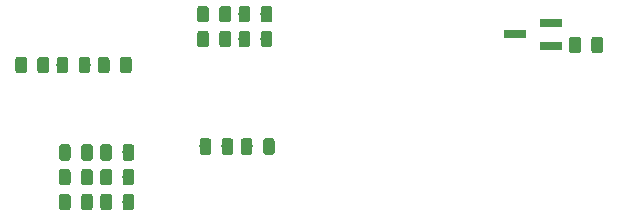
<source format=gbr>
G04 #@! TF.GenerationSoftware,KiCad,Pcbnew,(5.1.4)-1*
G04 #@! TF.CreationDate,2021-03-05T08:28:38-08:00*
G04 #@! TF.ProjectId,BOMPanelClipon,424f4d50-616e-4656-9c43-6c69706f6e2e,rev?*
G04 #@! TF.SameCoordinates,Original*
G04 #@! TF.FileFunction,Paste,Top*
G04 #@! TF.FilePolarity,Positive*
%FSLAX46Y46*%
G04 Gerber Fmt 4.6, Leading zero omitted, Abs format (unit mm)*
G04 Created by KiCad (PCBNEW (5.1.4)-1) date 2021-03-05 08:28:38*
%MOMM*%
%LPD*%
G04 APERTURE LIST*
%ADD10C,0.100000*%
%ADD11C,0.975000*%
%ADD12R,1.900000X0.800000*%
G04 APERTURE END LIST*
D10*
G36*
X26630142Y13798826D02*
G01*
X26653803Y13795316D01*
X26677007Y13789504D01*
X26699529Y13781446D01*
X26721153Y13771218D01*
X26741670Y13758921D01*
X26760883Y13744671D01*
X26778607Y13728607D01*
X26794671Y13710883D01*
X26808921Y13691670D01*
X26821218Y13671153D01*
X26831446Y13649529D01*
X26839504Y13627007D01*
X26845316Y13603803D01*
X26848826Y13580142D01*
X26850000Y13556250D01*
X26850000Y12643750D01*
X26848826Y12619858D01*
X26845316Y12596197D01*
X26839504Y12572993D01*
X26831446Y12550471D01*
X26821218Y12528847D01*
X26808921Y12508330D01*
X26794671Y12489117D01*
X26778607Y12471393D01*
X26760883Y12455329D01*
X26741670Y12441079D01*
X26721153Y12428782D01*
X26699529Y12418554D01*
X26677007Y12410496D01*
X26653803Y12404684D01*
X26630142Y12401174D01*
X26606250Y12400000D01*
X26118750Y12400000D01*
X26094858Y12401174D01*
X26071197Y12404684D01*
X26047993Y12410496D01*
X26025471Y12418554D01*
X26003847Y12428782D01*
X25983330Y12441079D01*
X25964117Y12455329D01*
X25946393Y12471393D01*
X25930329Y12489117D01*
X25916079Y12508330D01*
X25903782Y12528847D01*
X25893554Y12550471D01*
X25885496Y12572993D01*
X25879684Y12596197D01*
X25876174Y12619858D01*
X25875000Y12643750D01*
X25875000Y13556250D01*
X25876174Y13580142D01*
X25879684Y13603803D01*
X25885496Y13627007D01*
X25893554Y13649529D01*
X25903782Y13671153D01*
X25916079Y13691670D01*
X25930329Y13710883D01*
X25946393Y13728607D01*
X25964117Y13744671D01*
X25983330Y13758921D01*
X26003847Y13771218D01*
X26025471Y13781446D01*
X26047993Y13789504D01*
X26071197Y13795316D01*
X26094858Y13798826D01*
X26118750Y13800000D01*
X26606250Y13800000D01*
X26630142Y13798826D01*
X26630142Y13798826D01*
G37*
D11*
X26362500Y13100000D03*
D10*
G36*
X28505142Y13798826D02*
G01*
X28528803Y13795316D01*
X28552007Y13789504D01*
X28574529Y13781446D01*
X28596153Y13771218D01*
X28616670Y13758921D01*
X28635883Y13744671D01*
X28653607Y13728607D01*
X28669671Y13710883D01*
X28683921Y13691670D01*
X28696218Y13671153D01*
X28706446Y13649529D01*
X28714504Y13627007D01*
X28720316Y13603803D01*
X28723826Y13580142D01*
X28725000Y13556250D01*
X28725000Y12643750D01*
X28723826Y12619858D01*
X28720316Y12596197D01*
X28714504Y12572993D01*
X28706446Y12550471D01*
X28696218Y12528847D01*
X28683921Y12508330D01*
X28669671Y12489117D01*
X28653607Y12471393D01*
X28635883Y12455329D01*
X28616670Y12441079D01*
X28596153Y12428782D01*
X28574529Y12418554D01*
X28552007Y12410496D01*
X28528803Y12404684D01*
X28505142Y12401174D01*
X28481250Y12400000D01*
X27993750Y12400000D01*
X27969858Y12401174D01*
X27946197Y12404684D01*
X27922993Y12410496D01*
X27900471Y12418554D01*
X27878847Y12428782D01*
X27858330Y12441079D01*
X27839117Y12455329D01*
X27821393Y12471393D01*
X27805329Y12489117D01*
X27791079Y12508330D01*
X27778782Y12528847D01*
X27768554Y12550471D01*
X27760496Y12572993D01*
X27754684Y12596197D01*
X27751174Y12619858D01*
X27750000Y12643750D01*
X27750000Y13556250D01*
X27751174Y13580142D01*
X27754684Y13603803D01*
X27760496Y13627007D01*
X27768554Y13649529D01*
X27778782Y13671153D01*
X27791079Y13691670D01*
X27805329Y13710883D01*
X27821393Y13728607D01*
X27839117Y13744671D01*
X27858330Y13758921D01*
X27878847Y13771218D01*
X27900471Y13781446D01*
X27922993Y13789504D01*
X27946197Y13795316D01*
X27969858Y13798826D01*
X27993750Y13800000D01*
X28481250Y13800000D01*
X28505142Y13798826D01*
X28505142Y13798826D01*
G37*
D11*
X28237500Y13100000D03*
D10*
G36*
X23130142Y13798826D02*
G01*
X23153803Y13795316D01*
X23177007Y13789504D01*
X23199529Y13781446D01*
X23221153Y13771218D01*
X23241670Y13758921D01*
X23260883Y13744671D01*
X23278607Y13728607D01*
X23294671Y13710883D01*
X23308921Y13691670D01*
X23321218Y13671153D01*
X23331446Y13649529D01*
X23339504Y13627007D01*
X23345316Y13603803D01*
X23348826Y13580142D01*
X23350000Y13556250D01*
X23350000Y12643750D01*
X23348826Y12619858D01*
X23345316Y12596197D01*
X23339504Y12572993D01*
X23331446Y12550471D01*
X23321218Y12528847D01*
X23308921Y12508330D01*
X23294671Y12489117D01*
X23278607Y12471393D01*
X23260883Y12455329D01*
X23241670Y12441079D01*
X23221153Y12428782D01*
X23199529Y12418554D01*
X23177007Y12410496D01*
X23153803Y12404684D01*
X23130142Y12401174D01*
X23106250Y12400000D01*
X22618750Y12400000D01*
X22594858Y12401174D01*
X22571197Y12404684D01*
X22547993Y12410496D01*
X22525471Y12418554D01*
X22503847Y12428782D01*
X22483330Y12441079D01*
X22464117Y12455329D01*
X22446393Y12471393D01*
X22430329Y12489117D01*
X22416079Y12508330D01*
X22403782Y12528847D01*
X22393554Y12550471D01*
X22385496Y12572993D01*
X22379684Y12596197D01*
X22376174Y12619858D01*
X22375000Y12643750D01*
X22375000Y13556250D01*
X22376174Y13580142D01*
X22379684Y13603803D01*
X22385496Y13627007D01*
X22393554Y13649529D01*
X22403782Y13671153D01*
X22416079Y13691670D01*
X22430329Y13710883D01*
X22446393Y13728607D01*
X22464117Y13744671D01*
X22483330Y13758921D01*
X22503847Y13771218D01*
X22525471Y13781446D01*
X22547993Y13789504D01*
X22571197Y13795316D01*
X22594858Y13798826D01*
X22618750Y13800000D01*
X23106250Y13800000D01*
X23130142Y13798826D01*
X23130142Y13798826D01*
G37*
D11*
X22862500Y13100000D03*
D10*
G36*
X25005142Y13798826D02*
G01*
X25028803Y13795316D01*
X25052007Y13789504D01*
X25074529Y13781446D01*
X25096153Y13771218D01*
X25116670Y13758921D01*
X25135883Y13744671D01*
X25153607Y13728607D01*
X25169671Y13710883D01*
X25183921Y13691670D01*
X25196218Y13671153D01*
X25206446Y13649529D01*
X25214504Y13627007D01*
X25220316Y13603803D01*
X25223826Y13580142D01*
X25225000Y13556250D01*
X25225000Y12643750D01*
X25223826Y12619858D01*
X25220316Y12596197D01*
X25214504Y12572993D01*
X25206446Y12550471D01*
X25196218Y12528847D01*
X25183921Y12508330D01*
X25169671Y12489117D01*
X25153607Y12471393D01*
X25135883Y12455329D01*
X25116670Y12441079D01*
X25096153Y12428782D01*
X25074529Y12418554D01*
X25052007Y12410496D01*
X25028803Y12404684D01*
X25005142Y12401174D01*
X24981250Y12400000D01*
X24493750Y12400000D01*
X24469858Y12401174D01*
X24446197Y12404684D01*
X24422993Y12410496D01*
X24400471Y12418554D01*
X24378847Y12428782D01*
X24358330Y12441079D01*
X24339117Y12455329D01*
X24321393Y12471393D01*
X24305329Y12489117D01*
X24291079Y12508330D01*
X24278782Y12528847D01*
X24268554Y12550471D01*
X24260496Y12572993D01*
X24254684Y12596197D01*
X24251174Y12619858D01*
X24250000Y12643750D01*
X24250000Y13556250D01*
X24251174Y13580142D01*
X24254684Y13603803D01*
X24260496Y13627007D01*
X24268554Y13649529D01*
X24278782Y13671153D01*
X24291079Y13691670D01*
X24305329Y13710883D01*
X24321393Y13728607D01*
X24339117Y13744671D01*
X24358330Y13758921D01*
X24378847Y13771218D01*
X24400471Y13781446D01*
X24422993Y13789504D01*
X24446197Y13795316D01*
X24469858Y13798826D01*
X24493750Y13800000D01*
X24981250Y13800000D01*
X25005142Y13798826D01*
X25005142Y13798826D01*
G37*
D11*
X24737500Y13100000D03*
D10*
G36*
X19630142Y13798826D02*
G01*
X19653803Y13795316D01*
X19677007Y13789504D01*
X19699529Y13781446D01*
X19721153Y13771218D01*
X19741670Y13758921D01*
X19760883Y13744671D01*
X19778607Y13728607D01*
X19794671Y13710883D01*
X19808921Y13691670D01*
X19821218Y13671153D01*
X19831446Y13649529D01*
X19839504Y13627007D01*
X19845316Y13603803D01*
X19848826Y13580142D01*
X19850000Y13556250D01*
X19850000Y12643750D01*
X19848826Y12619858D01*
X19845316Y12596197D01*
X19839504Y12572993D01*
X19831446Y12550471D01*
X19821218Y12528847D01*
X19808921Y12508330D01*
X19794671Y12489117D01*
X19778607Y12471393D01*
X19760883Y12455329D01*
X19741670Y12441079D01*
X19721153Y12428782D01*
X19699529Y12418554D01*
X19677007Y12410496D01*
X19653803Y12404684D01*
X19630142Y12401174D01*
X19606250Y12400000D01*
X19118750Y12400000D01*
X19094858Y12401174D01*
X19071197Y12404684D01*
X19047993Y12410496D01*
X19025471Y12418554D01*
X19003847Y12428782D01*
X18983330Y12441079D01*
X18964117Y12455329D01*
X18946393Y12471393D01*
X18930329Y12489117D01*
X18916079Y12508330D01*
X18903782Y12528847D01*
X18893554Y12550471D01*
X18885496Y12572993D01*
X18879684Y12596197D01*
X18876174Y12619858D01*
X18875000Y12643750D01*
X18875000Y13556250D01*
X18876174Y13580142D01*
X18879684Y13603803D01*
X18885496Y13627007D01*
X18893554Y13649529D01*
X18903782Y13671153D01*
X18916079Y13691670D01*
X18930329Y13710883D01*
X18946393Y13728607D01*
X18964117Y13744671D01*
X18983330Y13758921D01*
X19003847Y13771218D01*
X19025471Y13781446D01*
X19047993Y13789504D01*
X19071197Y13795316D01*
X19094858Y13798826D01*
X19118750Y13800000D01*
X19606250Y13800000D01*
X19630142Y13798826D01*
X19630142Y13798826D01*
G37*
D11*
X19362500Y13100000D03*
D10*
G36*
X21505142Y13798826D02*
G01*
X21528803Y13795316D01*
X21552007Y13789504D01*
X21574529Y13781446D01*
X21596153Y13771218D01*
X21616670Y13758921D01*
X21635883Y13744671D01*
X21653607Y13728607D01*
X21669671Y13710883D01*
X21683921Y13691670D01*
X21696218Y13671153D01*
X21706446Y13649529D01*
X21714504Y13627007D01*
X21720316Y13603803D01*
X21723826Y13580142D01*
X21725000Y13556250D01*
X21725000Y12643750D01*
X21723826Y12619858D01*
X21720316Y12596197D01*
X21714504Y12572993D01*
X21706446Y12550471D01*
X21696218Y12528847D01*
X21683921Y12508330D01*
X21669671Y12489117D01*
X21653607Y12471393D01*
X21635883Y12455329D01*
X21616670Y12441079D01*
X21596153Y12428782D01*
X21574529Y12418554D01*
X21552007Y12410496D01*
X21528803Y12404684D01*
X21505142Y12401174D01*
X21481250Y12400000D01*
X20993750Y12400000D01*
X20969858Y12401174D01*
X20946197Y12404684D01*
X20922993Y12410496D01*
X20900471Y12418554D01*
X20878847Y12428782D01*
X20858330Y12441079D01*
X20839117Y12455329D01*
X20821393Y12471393D01*
X20805329Y12489117D01*
X20791079Y12508330D01*
X20778782Y12528847D01*
X20768554Y12550471D01*
X20760496Y12572993D01*
X20754684Y12596197D01*
X20751174Y12619858D01*
X20750000Y12643750D01*
X20750000Y13556250D01*
X20751174Y13580142D01*
X20754684Y13603803D01*
X20760496Y13627007D01*
X20768554Y13649529D01*
X20778782Y13671153D01*
X20791079Y13691670D01*
X20805329Y13710883D01*
X20821393Y13728607D01*
X20839117Y13744671D01*
X20858330Y13758921D01*
X20878847Y13771218D01*
X20900471Y13781446D01*
X20922993Y13789504D01*
X20946197Y13795316D01*
X20969858Y13798826D01*
X20993750Y13800000D01*
X21481250Y13800000D01*
X21505142Y13798826D01*
X21505142Y13798826D01*
G37*
D11*
X21237500Y13100000D03*
D10*
G36*
X35030142Y18098826D02*
G01*
X35053803Y18095316D01*
X35077007Y18089504D01*
X35099529Y18081446D01*
X35121153Y18071218D01*
X35141670Y18058921D01*
X35160883Y18044671D01*
X35178607Y18028607D01*
X35194671Y18010883D01*
X35208921Y17991670D01*
X35221218Y17971153D01*
X35231446Y17949529D01*
X35239504Y17927007D01*
X35245316Y17903803D01*
X35248826Y17880142D01*
X35250000Y17856250D01*
X35250000Y16943750D01*
X35248826Y16919858D01*
X35245316Y16896197D01*
X35239504Y16872993D01*
X35231446Y16850471D01*
X35221218Y16828847D01*
X35208921Y16808330D01*
X35194671Y16789117D01*
X35178607Y16771393D01*
X35160883Y16755329D01*
X35141670Y16741079D01*
X35121153Y16728782D01*
X35099529Y16718554D01*
X35077007Y16710496D01*
X35053803Y16704684D01*
X35030142Y16701174D01*
X35006250Y16700000D01*
X34518750Y16700000D01*
X34494858Y16701174D01*
X34471197Y16704684D01*
X34447993Y16710496D01*
X34425471Y16718554D01*
X34403847Y16728782D01*
X34383330Y16741079D01*
X34364117Y16755329D01*
X34346393Y16771393D01*
X34330329Y16789117D01*
X34316079Y16808330D01*
X34303782Y16828847D01*
X34293554Y16850471D01*
X34285496Y16872993D01*
X34279684Y16896197D01*
X34276174Y16919858D01*
X34275000Y16943750D01*
X34275000Y17856250D01*
X34276174Y17880142D01*
X34279684Y17903803D01*
X34285496Y17927007D01*
X34293554Y17949529D01*
X34303782Y17971153D01*
X34316079Y17991670D01*
X34330329Y18010883D01*
X34346393Y18028607D01*
X34364117Y18044671D01*
X34383330Y18058921D01*
X34403847Y18071218D01*
X34425471Y18081446D01*
X34447993Y18089504D01*
X34471197Y18095316D01*
X34494858Y18098826D01*
X34518750Y18100000D01*
X35006250Y18100000D01*
X35030142Y18098826D01*
X35030142Y18098826D01*
G37*
D11*
X34762500Y17400000D03*
D10*
G36*
X36905142Y18098826D02*
G01*
X36928803Y18095316D01*
X36952007Y18089504D01*
X36974529Y18081446D01*
X36996153Y18071218D01*
X37016670Y18058921D01*
X37035883Y18044671D01*
X37053607Y18028607D01*
X37069671Y18010883D01*
X37083921Y17991670D01*
X37096218Y17971153D01*
X37106446Y17949529D01*
X37114504Y17927007D01*
X37120316Y17903803D01*
X37123826Y17880142D01*
X37125000Y17856250D01*
X37125000Y16943750D01*
X37123826Y16919858D01*
X37120316Y16896197D01*
X37114504Y16872993D01*
X37106446Y16850471D01*
X37096218Y16828847D01*
X37083921Y16808330D01*
X37069671Y16789117D01*
X37053607Y16771393D01*
X37035883Y16755329D01*
X37016670Y16741079D01*
X36996153Y16728782D01*
X36974529Y16718554D01*
X36952007Y16710496D01*
X36928803Y16704684D01*
X36905142Y16701174D01*
X36881250Y16700000D01*
X36393750Y16700000D01*
X36369858Y16701174D01*
X36346197Y16704684D01*
X36322993Y16710496D01*
X36300471Y16718554D01*
X36278847Y16728782D01*
X36258330Y16741079D01*
X36239117Y16755329D01*
X36221393Y16771393D01*
X36205329Y16789117D01*
X36191079Y16808330D01*
X36178782Y16828847D01*
X36168554Y16850471D01*
X36160496Y16872993D01*
X36154684Y16896197D01*
X36151174Y16919858D01*
X36150000Y16943750D01*
X36150000Y17856250D01*
X36151174Y17880142D01*
X36154684Y17903803D01*
X36160496Y17927007D01*
X36168554Y17949529D01*
X36178782Y17971153D01*
X36191079Y17991670D01*
X36205329Y18010883D01*
X36221393Y18028607D01*
X36239117Y18044671D01*
X36258330Y18058921D01*
X36278847Y18071218D01*
X36300471Y18081446D01*
X36322993Y18089504D01*
X36346197Y18095316D01*
X36369858Y18098826D01*
X36393750Y18100000D01*
X36881250Y18100000D01*
X36905142Y18098826D01*
X36905142Y18098826D01*
G37*
D11*
X36637500Y17400000D03*
D10*
G36*
X36905142Y15998826D02*
G01*
X36928803Y15995316D01*
X36952007Y15989504D01*
X36974529Y15981446D01*
X36996153Y15971218D01*
X37016670Y15958921D01*
X37035883Y15944671D01*
X37053607Y15928607D01*
X37069671Y15910883D01*
X37083921Y15891670D01*
X37096218Y15871153D01*
X37106446Y15849529D01*
X37114504Y15827007D01*
X37120316Y15803803D01*
X37123826Y15780142D01*
X37125000Y15756250D01*
X37125000Y14843750D01*
X37123826Y14819858D01*
X37120316Y14796197D01*
X37114504Y14772993D01*
X37106446Y14750471D01*
X37096218Y14728847D01*
X37083921Y14708330D01*
X37069671Y14689117D01*
X37053607Y14671393D01*
X37035883Y14655329D01*
X37016670Y14641079D01*
X36996153Y14628782D01*
X36974529Y14618554D01*
X36952007Y14610496D01*
X36928803Y14604684D01*
X36905142Y14601174D01*
X36881250Y14600000D01*
X36393750Y14600000D01*
X36369858Y14601174D01*
X36346197Y14604684D01*
X36322993Y14610496D01*
X36300471Y14618554D01*
X36278847Y14628782D01*
X36258330Y14641079D01*
X36239117Y14655329D01*
X36221393Y14671393D01*
X36205329Y14689117D01*
X36191079Y14708330D01*
X36178782Y14728847D01*
X36168554Y14750471D01*
X36160496Y14772993D01*
X36154684Y14796197D01*
X36151174Y14819858D01*
X36150000Y14843750D01*
X36150000Y15756250D01*
X36151174Y15780142D01*
X36154684Y15803803D01*
X36160496Y15827007D01*
X36168554Y15849529D01*
X36178782Y15871153D01*
X36191079Y15891670D01*
X36205329Y15910883D01*
X36221393Y15928607D01*
X36239117Y15944671D01*
X36258330Y15958921D01*
X36278847Y15971218D01*
X36300471Y15981446D01*
X36322993Y15989504D01*
X36346197Y15995316D01*
X36369858Y15998826D01*
X36393750Y16000000D01*
X36881250Y16000000D01*
X36905142Y15998826D01*
X36905142Y15998826D01*
G37*
D11*
X36637500Y15300000D03*
D10*
G36*
X35030142Y15998826D02*
G01*
X35053803Y15995316D01*
X35077007Y15989504D01*
X35099529Y15981446D01*
X35121153Y15971218D01*
X35141670Y15958921D01*
X35160883Y15944671D01*
X35178607Y15928607D01*
X35194671Y15910883D01*
X35208921Y15891670D01*
X35221218Y15871153D01*
X35231446Y15849529D01*
X35239504Y15827007D01*
X35245316Y15803803D01*
X35248826Y15780142D01*
X35250000Y15756250D01*
X35250000Y14843750D01*
X35248826Y14819858D01*
X35245316Y14796197D01*
X35239504Y14772993D01*
X35231446Y14750471D01*
X35221218Y14728847D01*
X35208921Y14708330D01*
X35194671Y14689117D01*
X35178607Y14671393D01*
X35160883Y14655329D01*
X35141670Y14641079D01*
X35121153Y14628782D01*
X35099529Y14618554D01*
X35077007Y14610496D01*
X35053803Y14604684D01*
X35030142Y14601174D01*
X35006250Y14600000D01*
X34518750Y14600000D01*
X34494858Y14601174D01*
X34471197Y14604684D01*
X34447993Y14610496D01*
X34425471Y14618554D01*
X34403847Y14628782D01*
X34383330Y14641079D01*
X34364117Y14655329D01*
X34346393Y14671393D01*
X34330329Y14689117D01*
X34316079Y14708330D01*
X34303782Y14728847D01*
X34293554Y14750471D01*
X34285496Y14772993D01*
X34279684Y14796197D01*
X34276174Y14819858D01*
X34275000Y14843750D01*
X34275000Y15756250D01*
X34276174Y15780142D01*
X34279684Y15803803D01*
X34285496Y15827007D01*
X34293554Y15849529D01*
X34303782Y15871153D01*
X34316079Y15891670D01*
X34330329Y15910883D01*
X34346393Y15928607D01*
X34364117Y15944671D01*
X34383330Y15958921D01*
X34403847Y15971218D01*
X34425471Y15981446D01*
X34447993Y15989504D01*
X34471197Y15995316D01*
X34494858Y15998826D01*
X34518750Y16000000D01*
X35006250Y16000000D01*
X35030142Y15998826D01*
X35030142Y15998826D01*
G37*
D11*
X34762500Y15300000D03*
D10*
G36*
X28705142Y2198826D02*
G01*
X28728803Y2195316D01*
X28752007Y2189504D01*
X28774529Y2181446D01*
X28796153Y2171218D01*
X28816670Y2158921D01*
X28835883Y2144671D01*
X28853607Y2128607D01*
X28869671Y2110883D01*
X28883921Y2091670D01*
X28896218Y2071153D01*
X28906446Y2049529D01*
X28914504Y2027007D01*
X28920316Y2003803D01*
X28923826Y1980142D01*
X28925000Y1956250D01*
X28925000Y1043750D01*
X28923826Y1019858D01*
X28920316Y996197D01*
X28914504Y972993D01*
X28906446Y950471D01*
X28896218Y928847D01*
X28883921Y908330D01*
X28869671Y889117D01*
X28853607Y871393D01*
X28835883Y855329D01*
X28816670Y841079D01*
X28796153Y828782D01*
X28774529Y818554D01*
X28752007Y810496D01*
X28728803Y804684D01*
X28705142Y801174D01*
X28681250Y800000D01*
X28193750Y800000D01*
X28169858Y801174D01*
X28146197Y804684D01*
X28122993Y810496D01*
X28100471Y818554D01*
X28078847Y828782D01*
X28058330Y841079D01*
X28039117Y855329D01*
X28021393Y871393D01*
X28005329Y889117D01*
X27991079Y908330D01*
X27978782Y928847D01*
X27968554Y950471D01*
X27960496Y972993D01*
X27954684Y996197D01*
X27951174Y1019858D01*
X27950000Y1043750D01*
X27950000Y1956250D01*
X27951174Y1980142D01*
X27954684Y2003803D01*
X27960496Y2027007D01*
X27968554Y2049529D01*
X27978782Y2071153D01*
X27991079Y2091670D01*
X28005329Y2110883D01*
X28021393Y2128607D01*
X28039117Y2144671D01*
X28058330Y2158921D01*
X28078847Y2171218D01*
X28100471Y2181446D01*
X28122993Y2189504D01*
X28146197Y2195316D01*
X28169858Y2198826D01*
X28193750Y2200000D01*
X28681250Y2200000D01*
X28705142Y2198826D01*
X28705142Y2198826D01*
G37*
D11*
X28437500Y1500000D03*
D10*
G36*
X26830142Y2198826D02*
G01*
X26853803Y2195316D01*
X26877007Y2189504D01*
X26899529Y2181446D01*
X26921153Y2171218D01*
X26941670Y2158921D01*
X26960883Y2144671D01*
X26978607Y2128607D01*
X26994671Y2110883D01*
X27008921Y2091670D01*
X27021218Y2071153D01*
X27031446Y2049529D01*
X27039504Y2027007D01*
X27045316Y2003803D01*
X27048826Y1980142D01*
X27050000Y1956250D01*
X27050000Y1043750D01*
X27048826Y1019858D01*
X27045316Y996197D01*
X27039504Y972993D01*
X27031446Y950471D01*
X27021218Y928847D01*
X27008921Y908330D01*
X26994671Y889117D01*
X26978607Y871393D01*
X26960883Y855329D01*
X26941670Y841079D01*
X26921153Y828782D01*
X26899529Y818554D01*
X26877007Y810496D01*
X26853803Y804684D01*
X26830142Y801174D01*
X26806250Y800000D01*
X26318750Y800000D01*
X26294858Y801174D01*
X26271197Y804684D01*
X26247993Y810496D01*
X26225471Y818554D01*
X26203847Y828782D01*
X26183330Y841079D01*
X26164117Y855329D01*
X26146393Y871393D01*
X26130329Y889117D01*
X26116079Y908330D01*
X26103782Y928847D01*
X26093554Y950471D01*
X26085496Y972993D01*
X26079684Y996197D01*
X26076174Y1019858D01*
X26075000Y1043750D01*
X26075000Y1956250D01*
X26076174Y1980142D01*
X26079684Y2003803D01*
X26085496Y2027007D01*
X26093554Y2049529D01*
X26103782Y2071153D01*
X26116079Y2091670D01*
X26130329Y2110883D01*
X26146393Y2128607D01*
X26164117Y2144671D01*
X26183330Y2158921D01*
X26203847Y2171218D01*
X26225471Y2181446D01*
X26247993Y2189504D01*
X26271197Y2195316D01*
X26294858Y2198826D01*
X26318750Y2200000D01*
X26806250Y2200000D01*
X26830142Y2198826D01*
X26830142Y2198826D01*
G37*
D11*
X26562500Y1500000D03*
D10*
G36*
X40405142Y18098826D02*
G01*
X40428803Y18095316D01*
X40452007Y18089504D01*
X40474529Y18081446D01*
X40496153Y18071218D01*
X40516670Y18058921D01*
X40535883Y18044671D01*
X40553607Y18028607D01*
X40569671Y18010883D01*
X40583921Y17991670D01*
X40596218Y17971153D01*
X40606446Y17949529D01*
X40614504Y17927007D01*
X40620316Y17903803D01*
X40623826Y17880142D01*
X40625000Y17856250D01*
X40625000Y16943750D01*
X40623826Y16919858D01*
X40620316Y16896197D01*
X40614504Y16872993D01*
X40606446Y16850471D01*
X40596218Y16828847D01*
X40583921Y16808330D01*
X40569671Y16789117D01*
X40553607Y16771393D01*
X40535883Y16755329D01*
X40516670Y16741079D01*
X40496153Y16728782D01*
X40474529Y16718554D01*
X40452007Y16710496D01*
X40428803Y16704684D01*
X40405142Y16701174D01*
X40381250Y16700000D01*
X39893750Y16700000D01*
X39869858Y16701174D01*
X39846197Y16704684D01*
X39822993Y16710496D01*
X39800471Y16718554D01*
X39778847Y16728782D01*
X39758330Y16741079D01*
X39739117Y16755329D01*
X39721393Y16771393D01*
X39705329Y16789117D01*
X39691079Y16808330D01*
X39678782Y16828847D01*
X39668554Y16850471D01*
X39660496Y16872993D01*
X39654684Y16896197D01*
X39651174Y16919858D01*
X39650000Y16943750D01*
X39650000Y17856250D01*
X39651174Y17880142D01*
X39654684Y17903803D01*
X39660496Y17927007D01*
X39668554Y17949529D01*
X39678782Y17971153D01*
X39691079Y17991670D01*
X39705329Y18010883D01*
X39721393Y18028607D01*
X39739117Y18044671D01*
X39758330Y18058921D01*
X39778847Y18071218D01*
X39800471Y18081446D01*
X39822993Y18089504D01*
X39846197Y18095316D01*
X39869858Y18098826D01*
X39893750Y18100000D01*
X40381250Y18100000D01*
X40405142Y18098826D01*
X40405142Y18098826D01*
G37*
D11*
X40137500Y17400000D03*
D10*
G36*
X38530142Y18098826D02*
G01*
X38553803Y18095316D01*
X38577007Y18089504D01*
X38599529Y18081446D01*
X38621153Y18071218D01*
X38641670Y18058921D01*
X38660883Y18044671D01*
X38678607Y18028607D01*
X38694671Y18010883D01*
X38708921Y17991670D01*
X38721218Y17971153D01*
X38731446Y17949529D01*
X38739504Y17927007D01*
X38745316Y17903803D01*
X38748826Y17880142D01*
X38750000Y17856250D01*
X38750000Y16943750D01*
X38748826Y16919858D01*
X38745316Y16896197D01*
X38739504Y16872993D01*
X38731446Y16850471D01*
X38721218Y16828847D01*
X38708921Y16808330D01*
X38694671Y16789117D01*
X38678607Y16771393D01*
X38660883Y16755329D01*
X38641670Y16741079D01*
X38621153Y16728782D01*
X38599529Y16718554D01*
X38577007Y16710496D01*
X38553803Y16704684D01*
X38530142Y16701174D01*
X38506250Y16700000D01*
X38018750Y16700000D01*
X37994858Y16701174D01*
X37971197Y16704684D01*
X37947993Y16710496D01*
X37925471Y16718554D01*
X37903847Y16728782D01*
X37883330Y16741079D01*
X37864117Y16755329D01*
X37846393Y16771393D01*
X37830329Y16789117D01*
X37816079Y16808330D01*
X37803782Y16828847D01*
X37793554Y16850471D01*
X37785496Y16872993D01*
X37779684Y16896197D01*
X37776174Y16919858D01*
X37775000Y16943750D01*
X37775000Y17856250D01*
X37776174Y17880142D01*
X37779684Y17903803D01*
X37785496Y17927007D01*
X37793554Y17949529D01*
X37803782Y17971153D01*
X37816079Y17991670D01*
X37830329Y18010883D01*
X37846393Y18028607D01*
X37864117Y18044671D01*
X37883330Y18058921D01*
X37903847Y18071218D01*
X37925471Y18081446D01*
X37947993Y18089504D01*
X37971197Y18095316D01*
X37994858Y18098826D01*
X38018750Y18100000D01*
X38506250Y18100000D01*
X38530142Y18098826D01*
X38530142Y18098826D01*
G37*
D11*
X38262500Y17400000D03*
D10*
G36*
X40405142Y15998826D02*
G01*
X40428803Y15995316D01*
X40452007Y15989504D01*
X40474529Y15981446D01*
X40496153Y15971218D01*
X40516670Y15958921D01*
X40535883Y15944671D01*
X40553607Y15928607D01*
X40569671Y15910883D01*
X40583921Y15891670D01*
X40596218Y15871153D01*
X40606446Y15849529D01*
X40614504Y15827007D01*
X40620316Y15803803D01*
X40623826Y15780142D01*
X40625000Y15756250D01*
X40625000Y14843750D01*
X40623826Y14819858D01*
X40620316Y14796197D01*
X40614504Y14772993D01*
X40606446Y14750471D01*
X40596218Y14728847D01*
X40583921Y14708330D01*
X40569671Y14689117D01*
X40553607Y14671393D01*
X40535883Y14655329D01*
X40516670Y14641079D01*
X40496153Y14628782D01*
X40474529Y14618554D01*
X40452007Y14610496D01*
X40428803Y14604684D01*
X40405142Y14601174D01*
X40381250Y14600000D01*
X39893750Y14600000D01*
X39869858Y14601174D01*
X39846197Y14604684D01*
X39822993Y14610496D01*
X39800471Y14618554D01*
X39778847Y14628782D01*
X39758330Y14641079D01*
X39739117Y14655329D01*
X39721393Y14671393D01*
X39705329Y14689117D01*
X39691079Y14708330D01*
X39678782Y14728847D01*
X39668554Y14750471D01*
X39660496Y14772993D01*
X39654684Y14796197D01*
X39651174Y14819858D01*
X39650000Y14843750D01*
X39650000Y15756250D01*
X39651174Y15780142D01*
X39654684Y15803803D01*
X39660496Y15827007D01*
X39668554Y15849529D01*
X39678782Y15871153D01*
X39691079Y15891670D01*
X39705329Y15910883D01*
X39721393Y15928607D01*
X39739117Y15944671D01*
X39758330Y15958921D01*
X39778847Y15971218D01*
X39800471Y15981446D01*
X39822993Y15989504D01*
X39846197Y15995316D01*
X39869858Y15998826D01*
X39893750Y16000000D01*
X40381250Y16000000D01*
X40405142Y15998826D01*
X40405142Y15998826D01*
G37*
D11*
X40137500Y15300000D03*
D10*
G36*
X38530142Y15998826D02*
G01*
X38553803Y15995316D01*
X38577007Y15989504D01*
X38599529Y15981446D01*
X38621153Y15971218D01*
X38641670Y15958921D01*
X38660883Y15944671D01*
X38678607Y15928607D01*
X38694671Y15910883D01*
X38708921Y15891670D01*
X38721218Y15871153D01*
X38731446Y15849529D01*
X38739504Y15827007D01*
X38745316Y15803803D01*
X38748826Y15780142D01*
X38750000Y15756250D01*
X38750000Y14843750D01*
X38748826Y14819858D01*
X38745316Y14796197D01*
X38739504Y14772993D01*
X38731446Y14750471D01*
X38721218Y14728847D01*
X38708921Y14708330D01*
X38694671Y14689117D01*
X38678607Y14671393D01*
X38660883Y14655329D01*
X38641670Y14641079D01*
X38621153Y14628782D01*
X38599529Y14618554D01*
X38577007Y14610496D01*
X38553803Y14604684D01*
X38530142Y14601174D01*
X38506250Y14600000D01*
X38018750Y14600000D01*
X37994858Y14601174D01*
X37971197Y14604684D01*
X37947993Y14610496D01*
X37925471Y14618554D01*
X37903847Y14628782D01*
X37883330Y14641079D01*
X37864117Y14655329D01*
X37846393Y14671393D01*
X37830329Y14689117D01*
X37816079Y14708330D01*
X37803782Y14728847D01*
X37793554Y14750471D01*
X37785496Y14772993D01*
X37779684Y14796197D01*
X37776174Y14819858D01*
X37775000Y14843750D01*
X37775000Y15756250D01*
X37776174Y15780142D01*
X37779684Y15803803D01*
X37785496Y15827007D01*
X37793554Y15849529D01*
X37803782Y15871153D01*
X37816079Y15891670D01*
X37830329Y15910883D01*
X37846393Y15928607D01*
X37864117Y15944671D01*
X37883330Y15958921D01*
X37903847Y15971218D01*
X37925471Y15981446D01*
X37947993Y15989504D01*
X37971197Y15995316D01*
X37994858Y15998826D01*
X38018750Y16000000D01*
X38506250Y16000000D01*
X38530142Y15998826D01*
X38530142Y15998826D01*
G37*
D11*
X38262500Y15300000D03*
D10*
G36*
X25205142Y2198826D02*
G01*
X25228803Y2195316D01*
X25252007Y2189504D01*
X25274529Y2181446D01*
X25296153Y2171218D01*
X25316670Y2158921D01*
X25335883Y2144671D01*
X25353607Y2128607D01*
X25369671Y2110883D01*
X25383921Y2091670D01*
X25396218Y2071153D01*
X25406446Y2049529D01*
X25414504Y2027007D01*
X25420316Y2003803D01*
X25423826Y1980142D01*
X25425000Y1956250D01*
X25425000Y1043750D01*
X25423826Y1019858D01*
X25420316Y996197D01*
X25414504Y972993D01*
X25406446Y950471D01*
X25396218Y928847D01*
X25383921Y908330D01*
X25369671Y889117D01*
X25353607Y871393D01*
X25335883Y855329D01*
X25316670Y841079D01*
X25296153Y828782D01*
X25274529Y818554D01*
X25252007Y810496D01*
X25228803Y804684D01*
X25205142Y801174D01*
X25181250Y800000D01*
X24693750Y800000D01*
X24669858Y801174D01*
X24646197Y804684D01*
X24622993Y810496D01*
X24600471Y818554D01*
X24578847Y828782D01*
X24558330Y841079D01*
X24539117Y855329D01*
X24521393Y871393D01*
X24505329Y889117D01*
X24491079Y908330D01*
X24478782Y928847D01*
X24468554Y950471D01*
X24460496Y972993D01*
X24454684Y996197D01*
X24451174Y1019858D01*
X24450000Y1043750D01*
X24450000Y1956250D01*
X24451174Y1980142D01*
X24454684Y2003803D01*
X24460496Y2027007D01*
X24468554Y2049529D01*
X24478782Y2071153D01*
X24491079Y2091670D01*
X24505329Y2110883D01*
X24521393Y2128607D01*
X24539117Y2144671D01*
X24558330Y2158921D01*
X24578847Y2171218D01*
X24600471Y2181446D01*
X24622993Y2189504D01*
X24646197Y2195316D01*
X24669858Y2198826D01*
X24693750Y2200000D01*
X25181250Y2200000D01*
X25205142Y2198826D01*
X25205142Y2198826D01*
G37*
D11*
X24937500Y1500000D03*
D10*
G36*
X23330142Y2198826D02*
G01*
X23353803Y2195316D01*
X23377007Y2189504D01*
X23399529Y2181446D01*
X23421153Y2171218D01*
X23441670Y2158921D01*
X23460883Y2144671D01*
X23478607Y2128607D01*
X23494671Y2110883D01*
X23508921Y2091670D01*
X23521218Y2071153D01*
X23531446Y2049529D01*
X23539504Y2027007D01*
X23545316Y2003803D01*
X23548826Y1980142D01*
X23550000Y1956250D01*
X23550000Y1043750D01*
X23548826Y1019858D01*
X23545316Y996197D01*
X23539504Y972993D01*
X23531446Y950471D01*
X23521218Y928847D01*
X23508921Y908330D01*
X23494671Y889117D01*
X23478607Y871393D01*
X23460883Y855329D01*
X23441670Y841079D01*
X23421153Y828782D01*
X23399529Y818554D01*
X23377007Y810496D01*
X23353803Y804684D01*
X23330142Y801174D01*
X23306250Y800000D01*
X22818750Y800000D01*
X22794858Y801174D01*
X22771197Y804684D01*
X22747993Y810496D01*
X22725471Y818554D01*
X22703847Y828782D01*
X22683330Y841079D01*
X22664117Y855329D01*
X22646393Y871393D01*
X22630329Y889117D01*
X22616079Y908330D01*
X22603782Y928847D01*
X22593554Y950471D01*
X22585496Y972993D01*
X22579684Y996197D01*
X22576174Y1019858D01*
X22575000Y1043750D01*
X22575000Y1956250D01*
X22576174Y1980142D01*
X22579684Y2003803D01*
X22585496Y2027007D01*
X22593554Y2049529D01*
X22603782Y2071153D01*
X22616079Y2091670D01*
X22630329Y2110883D01*
X22646393Y2128607D01*
X22664117Y2144671D01*
X22683330Y2158921D01*
X22703847Y2171218D01*
X22725471Y2181446D01*
X22747993Y2189504D01*
X22771197Y2195316D01*
X22794858Y2198826D01*
X22818750Y2200000D01*
X23306250Y2200000D01*
X23330142Y2198826D01*
X23330142Y2198826D01*
G37*
D11*
X23062500Y1500000D03*
D10*
G36*
X26830142Y4298826D02*
G01*
X26853803Y4295316D01*
X26877007Y4289504D01*
X26899529Y4281446D01*
X26921153Y4271218D01*
X26941670Y4258921D01*
X26960883Y4244671D01*
X26978607Y4228607D01*
X26994671Y4210883D01*
X27008921Y4191670D01*
X27021218Y4171153D01*
X27031446Y4149529D01*
X27039504Y4127007D01*
X27045316Y4103803D01*
X27048826Y4080142D01*
X27050000Y4056250D01*
X27050000Y3143750D01*
X27048826Y3119858D01*
X27045316Y3096197D01*
X27039504Y3072993D01*
X27031446Y3050471D01*
X27021218Y3028847D01*
X27008921Y3008330D01*
X26994671Y2989117D01*
X26978607Y2971393D01*
X26960883Y2955329D01*
X26941670Y2941079D01*
X26921153Y2928782D01*
X26899529Y2918554D01*
X26877007Y2910496D01*
X26853803Y2904684D01*
X26830142Y2901174D01*
X26806250Y2900000D01*
X26318750Y2900000D01*
X26294858Y2901174D01*
X26271197Y2904684D01*
X26247993Y2910496D01*
X26225471Y2918554D01*
X26203847Y2928782D01*
X26183330Y2941079D01*
X26164117Y2955329D01*
X26146393Y2971393D01*
X26130329Y2989117D01*
X26116079Y3008330D01*
X26103782Y3028847D01*
X26093554Y3050471D01*
X26085496Y3072993D01*
X26079684Y3096197D01*
X26076174Y3119858D01*
X26075000Y3143750D01*
X26075000Y4056250D01*
X26076174Y4080142D01*
X26079684Y4103803D01*
X26085496Y4127007D01*
X26093554Y4149529D01*
X26103782Y4171153D01*
X26116079Y4191670D01*
X26130329Y4210883D01*
X26146393Y4228607D01*
X26164117Y4244671D01*
X26183330Y4258921D01*
X26203847Y4271218D01*
X26225471Y4281446D01*
X26247993Y4289504D01*
X26271197Y4295316D01*
X26294858Y4298826D01*
X26318750Y4300000D01*
X26806250Y4300000D01*
X26830142Y4298826D01*
X26830142Y4298826D01*
G37*
D11*
X26562500Y3600000D03*
D10*
G36*
X28705142Y4298826D02*
G01*
X28728803Y4295316D01*
X28752007Y4289504D01*
X28774529Y4281446D01*
X28796153Y4271218D01*
X28816670Y4258921D01*
X28835883Y4244671D01*
X28853607Y4228607D01*
X28869671Y4210883D01*
X28883921Y4191670D01*
X28896218Y4171153D01*
X28906446Y4149529D01*
X28914504Y4127007D01*
X28920316Y4103803D01*
X28923826Y4080142D01*
X28925000Y4056250D01*
X28925000Y3143750D01*
X28923826Y3119858D01*
X28920316Y3096197D01*
X28914504Y3072993D01*
X28906446Y3050471D01*
X28896218Y3028847D01*
X28883921Y3008330D01*
X28869671Y2989117D01*
X28853607Y2971393D01*
X28835883Y2955329D01*
X28816670Y2941079D01*
X28796153Y2928782D01*
X28774529Y2918554D01*
X28752007Y2910496D01*
X28728803Y2904684D01*
X28705142Y2901174D01*
X28681250Y2900000D01*
X28193750Y2900000D01*
X28169858Y2901174D01*
X28146197Y2904684D01*
X28122993Y2910496D01*
X28100471Y2918554D01*
X28078847Y2928782D01*
X28058330Y2941079D01*
X28039117Y2955329D01*
X28021393Y2971393D01*
X28005329Y2989117D01*
X27991079Y3008330D01*
X27978782Y3028847D01*
X27968554Y3050471D01*
X27960496Y3072993D01*
X27954684Y3096197D01*
X27951174Y3119858D01*
X27950000Y3143750D01*
X27950000Y4056250D01*
X27951174Y4080142D01*
X27954684Y4103803D01*
X27960496Y4127007D01*
X27968554Y4149529D01*
X27978782Y4171153D01*
X27991079Y4191670D01*
X28005329Y4210883D01*
X28021393Y4228607D01*
X28039117Y4244671D01*
X28058330Y4258921D01*
X28078847Y4271218D01*
X28100471Y4281446D01*
X28122993Y4289504D01*
X28146197Y4295316D01*
X28169858Y4298826D01*
X28193750Y4300000D01*
X28681250Y4300000D01*
X28705142Y4298826D01*
X28705142Y4298826D01*
G37*
D11*
X28437500Y3600000D03*
D10*
G36*
X28705142Y6398826D02*
G01*
X28728803Y6395316D01*
X28752007Y6389504D01*
X28774529Y6381446D01*
X28796153Y6371218D01*
X28816670Y6358921D01*
X28835883Y6344671D01*
X28853607Y6328607D01*
X28869671Y6310883D01*
X28883921Y6291670D01*
X28896218Y6271153D01*
X28906446Y6249529D01*
X28914504Y6227007D01*
X28920316Y6203803D01*
X28923826Y6180142D01*
X28925000Y6156250D01*
X28925000Y5243750D01*
X28923826Y5219858D01*
X28920316Y5196197D01*
X28914504Y5172993D01*
X28906446Y5150471D01*
X28896218Y5128847D01*
X28883921Y5108330D01*
X28869671Y5089117D01*
X28853607Y5071393D01*
X28835883Y5055329D01*
X28816670Y5041079D01*
X28796153Y5028782D01*
X28774529Y5018554D01*
X28752007Y5010496D01*
X28728803Y5004684D01*
X28705142Y5001174D01*
X28681250Y5000000D01*
X28193750Y5000000D01*
X28169858Y5001174D01*
X28146197Y5004684D01*
X28122993Y5010496D01*
X28100471Y5018554D01*
X28078847Y5028782D01*
X28058330Y5041079D01*
X28039117Y5055329D01*
X28021393Y5071393D01*
X28005329Y5089117D01*
X27991079Y5108330D01*
X27978782Y5128847D01*
X27968554Y5150471D01*
X27960496Y5172993D01*
X27954684Y5196197D01*
X27951174Y5219858D01*
X27950000Y5243750D01*
X27950000Y6156250D01*
X27951174Y6180142D01*
X27954684Y6203803D01*
X27960496Y6227007D01*
X27968554Y6249529D01*
X27978782Y6271153D01*
X27991079Y6291670D01*
X28005329Y6310883D01*
X28021393Y6328607D01*
X28039117Y6344671D01*
X28058330Y6358921D01*
X28078847Y6371218D01*
X28100471Y6381446D01*
X28122993Y6389504D01*
X28146197Y6395316D01*
X28169858Y6398826D01*
X28193750Y6400000D01*
X28681250Y6400000D01*
X28705142Y6398826D01*
X28705142Y6398826D01*
G37*
D11*
X28437500Y5700000D03*
D10*
G36*
X26830142Y6398826D02*
G01*
X26853803Y6395316D01*
X26877007Y6389504D01*
X26899529Y6381446D01*
X26921153Y6371218D01*
X26941670Y6358921D01*
X26960883Y6344671D01*
X26978607Y6328607D01*
X26994671Y6310883D01*
X27008921Y6291670D01*
X27021218Y6271153D01*
X27031446Y6249529D01*
X27039504Y6227007D01*
X27045316Y6203803D01*
X27048826Y6180142D01*
X27050000Y6156250D01*
X27050000Y5243750D01*
X27048826Y5219858D01*
X27045316Y5196197D01*
X27039504Y5172993D01*
X27031446Y5150471D01*
X27021218Y5128847D01*
X27008921Y5108330D01*
X26994671Y5089117D01*
X26978607Y5071393D01*
X26960883Y5055329D01*
X26941670Y5041079D01*
X26921153Y5028782D01*
X26899529Y5018554D01*
X26877007Y5010496D01*
X26853803Y5004684D01*
X26830142Y5001174D01*
X26806250Y5000000D01*
X26318750Y5000000D01*
X26294858Y5001174D01*
X26271197Y5004684D01*
X26247993Y5010496D01*
X26225471Y5018554D01*
X26203847Y5028782D01*
X26183330Y5041079D01*
X26164117Y5055329D01*
X26146393Y5071393D01*
X26130329Y5089117D01*
X26116079Y5108330D01*
X26103782Y5128847D01*
X26093554Y5150471D01*
X26085496Y5172993D01*
X26079684Y5196197D01*
X26076174Y5219858D01*
X26075000Y5243750D01*
X26075000Y6156250D01*
X26076174Y6180142D01*
X26079684Y6203803D01*
X26085496Y6227007D01*
X26093554Y6249529D01*
X26103782Y6271153D01*
X26116079Y6291670D01*
X26130329Y6310883D01*
X26146393Y6328607D01*
X26164117Y6344671D01*
X26183330Y6358921D01*
X26203847Y6371218D01*
X26225471Y6381446D01*
X26247993Y6389504D01*
X26271197Y6395316D01*
X26294858Y6398826D01*
X26318750Y6400000D01*
X26806250Y6400000D01*
X26830142Y6398826D01*
X26830142Y6398826D01*
G37*
D11*
X26562500Y5700000D03*
D10*
G36*
X38730142Y6898826D02*
G01*
X38753803Y6895316D01*
X38777007Y6889504D01*
X38799529Y6881446D01*
X38821153Y6871218D01*
X38841670Y6858921D01*
X38860883Y6844671D01*
X38878607Y6828607D01*
X38894671Y6810883D01*
X38908921Y6791670D01*
X38921218Y6771153D01*
X38931446Y6749529D01*
X38939504Y6727007D01*
X38945316Y6703803D01*
X38948826Y6680142D01*
X38950000Y6656250D01*
X38950000Y5743750D01*
X38948826Y5719858D01*
X38945316Y5696197D01*
X38939504Y5672993D01*
X38931446Y5650471D01*
X38921218Y5628847D01*
X38908921Y5608330D01*
X38894671Y5589117D01*
X38878607Y5571393D01*
X38860883Y5555329D01*
X38841670Y5541079D01*
X38821153Y5528782D01*
X38799529Y5518554D01*
X38777007Y5510496D01*
X38753803Y5504684D01*
X38730142Y5501174D01*
X38706250Y5500000D01*
X38218750Y5500000D01*
X38194858Y5501174D01*
X38171197Y5504684D01*
X38147993Y5510496D01*
X38125471Y5518554D01*
X38103847Y5528782D01*
X38083330Y5541079D01*
X38064117Y5555329D01*
X38046393Y5571393D01*
X38030329Y5589117D01*
X38016079Y5608330D01*
X38003782Y5628847D01*
X37993554Y5650471D01*
X37985496Y5672993D01*
X37979684Y5696197D01*
X37976174Y5719858D01*
X37975000Y5743750D01*
X37975000Y6656250D01*
X37976174Y6680142D01*
X37979684Y6703803D01*
X37985496Y6727007D01*
X37993554Y6749529D01*
X38003782Y6771153D01*
X38016079Y6791670D01*
X38030329Y6810883D01*
X38046393Y6828607D01*
X38064117Y6844671D01*
X38083330Y6858921D01*
X38103847Y6871218D01*
X38125471Y6881446D01*
X38147993Y6889504D01*
X38171197Y6895316D01*
X38194858Y6898826D01*
X38218750Y6900000D01*
X38706250Y6900000D01*
X38730142Y6898826D01*
X38730142Y6898826D01*
G37*
D11*
X38462500Y6200000D03*
D10*
G36*
X40605142Y6898826D02*
G01*
X40628803Y6895316D01*
X40652007Y6889504D01*
X40674529Y6881446D01*
X40696153Y6871218D01*
X40716670Y6858921D01*
X40735883Y6844671D01*
X40753607Y6828607D01*
X40769671Y6810883D01*
X40783921Y6791670D01*
X40796218Y6771153D01*
X40806446Y6749529D01*
X40814504Y6727007D01*
X40820316Y6703803D01*
X40823826Y6680142D01*
X40825000Y6656250D01*
X40825000Y5743750D01*
X40823826Y5719858D01*
X40820316Y5696197D01*
X40814504Y5672993D01*
X40806446Y5650471D01*
X40796218Y5628847D01*
X40783921Y5608330D01*
X40769671Y5589117D01*
X40753607Y5571393D01*
X40735883Y5555329D01*
X40716670Y5541079D01*
X40696153Y5528782D01*
X40674529Y5518554D01*
X40652007Y5510496D01*
X40628803Y5504684D01*
X40605142Y5501174D01*
X40581250Y5500000D01*
X40093750Y5500000D01*
X40069858Y5501174D01*
X40046197Y5504684D01*
X40022993Y5510496D01*
X40000471Y5518554D01*
X39978847Y5528782D01*
X39958330Y5541079D01*
X39939117Y5555329D01*
X39921393Y5571393D01*
X39905329Y5589117D01*
X39891079Y5608330D01*
X39878782Y5628847D01*
X39868554Y5650471D01*
X39860496Y5672993D01*
X39854684Y5696197D01*
X39851174Y5719858D01*
X39850000Y5743750D01*
X39850000Y6656250D01*
X39851174Y6680142D01*
X39854684Y6703803D01*
X39860496Y6727007D01*
X39868554Y6749529D01*
X39878782Y6771153D01*
X39891079Y6791670D01*
X39905329Y6810883D01*
X39921393Y6828607D01*
X39939117Y6844671D01*
X39958330Y6858921D01*
X39978847Y6871218D01*
X40000471Y6881446D01*
X40022993Y6889504D01*
X40046197Y6895316D01*
X40069858Y6898826D01*
X40093750Y6900000D01*
X40581250Y6900000D01*
X40605142Y6898826D01*
X40605142Y6898826D01*
G37*
D11*
X40337500Y6200000D03*
D12*
X64200000Y14750000D03*
X64200000Y16650000D03*
X61200000Y15700000D03*
D10*
G36*
X25205142Y4298826D02*
G01*
X25228803Y4295316D01*
X25252007Y4289504D01*
X25274529Y4281446D01*
X25296153Y4271218D01*
X25316670Y4258921D01*
X25335883Y4244671D01*
X25353607Y4228607D01*
X25369671Y4210883D01*
X25383921Y4191670D01*
X25396218Y4171153D01*
X25406446Y4149529D01*
X25414504Y4127007D01*
X25420316Y4103803D01*
X25423826Y4080142D01*
X25425000Y4056250D01*
X25425000Y3143750D01*
X25423826Y3119858D01*
X25420316Y3096197D01*
X25414504Y3072993D01*
X25406446Y3050471D01*
X25396218Y3028847D01*
X25383921Y3008330D01*
X25369671Y2989117D01*
X25353607Y2971393D01*
X25335883Y2955329D01*
X25316670Y2941079D01*
X25296153Y2928782D01*
X25274529Y2918554D01*
X25252007Y2910496D01*
X25228803Y2904684D01*
X25205142Y2901174D01*
X25181250Y2900000D01*
X24693750Y2900000D01*
X24669858Y2901174D01*
X24646197Y2904684D01*
X24622993Y2910496D01*
X24600471Y2918554D01*
X24578847Y2928782D01*
X24558330Y2941079D01*
X24539117Y2955329D01*
X24521393Y2971393D01*
X24505329Y2989117D01*
X24491079Y3008330D01*
X24478782Y3028847D01*
X24468554Y3050471D01*
X24460496Y3072993D01*
X24454684Y3096197D01*
X24451174Y3119858D01*
X24450000Y3143750D01*
X24450000Y4056250D01*
X24451174Y4080142D01*
X24454684Y4103803D01*
X24460496Y4127007D01*
X24468554Y4149529D01*
X24478782Y4171153D01*
X24491079Y4191670D01*
X24505329Y4210883D01*
X24521393Y4228607D01*
X24539117Y4244671D01*
X24558330Y4258921D01*
X24578847Y4271218D01*
X24600471Y4281446D01*
X24622993Y4289504D01*
X24646197Y4295316D01*
X24669858Y4298826D01*
X24693750Y4300000D01*
X25181250Y4300000D01*
X25205142Y4298826D01*
X25205142Y4298826D01*
G37*
D11*
X24937500Y3600000D03*
D10*
G36*
X23330142Y4298826D02*
G01*
X23353803Y4295316D01*
X23377007Y4289504D01*
X23399529Y4281446D01*
X23421153Y4271218D01*
X23441670Y4258921D01*
X23460883Y4244671D01*
X23478607Y4228607D01*
X23494671Y4210883D01*
X23508921Y4191670D01*
X23521218Y4171153D01*
X23531446Y4149529D01*
X23539504Y4127007D01*
X23545316Y4103803D01*
X23548826Y4080142D01*
X23550000Y4056250D01*
X23550000Y3143750D01*
X23548826Y3119858D01*
X23545316Y3096197D01*
X23539504Y3072993D01*
X23531446Y3050471D01*
X23521218Y3028847D01*
X23508921Y3008330D01*
X23494671Y2989117D01*
X23478607Y2971393D01*
X23460883Y2955329D01*
X23441670Y2941079D01*
X23421153Y2928782D01*
X23399529Y2918554D01*
X23377007Y2910496D01*
X23353803Y2904684D01*
X23330142Y2901174D01*
X23306250Y2900000D01*
X22818750Y2900000D01*
X22794858Y2901174D01*
X22771197Y2904684D01*
X22747993Y2910496D01*
X22725471Y2918554D01*
X22703847Y2928782D01*
X22683330Y2941079D01*
X22664117Y2955329D01*
X22646393Y2971393D01*
X22630329Y2989117D01*
X22616079Y3008330D01*
X22603782Y3028847D01*
X22593554Y3050471D01*
X22585496Y3072993D01*
X22579684Y3096197D01*
X22576174Y3119858D01*
X22575000Y3143750D01*
X22575000Y4056250D01*
X22576174Y4080142D01*
X22579684Y4103803D01*
X22585496Y4127007D01*
X22593554Y4149529D01*
X22603782Y4171153D01*
X22616079Y4191670D01*
X22630329Y4210883D01*
X22646393Y4228607D01*
X22664117Y4244671D01*
X22683330Y4258921D01*
X22703847Y4271218D01*
X22725471Y4281446D01*
X22747993Y4289504D01*
X22771197Y4295316D01*
X22794858Y4298826D01*
X22818750Y4300000D01*
X23306250Y4300000D01*
X23330142Y4298826D01*
X23330142Y4298826D01*
G37*
D11*
X23062500Y3600000D03*
D10*
G36*
X23330142Y6398826D02*
G01*
X23353803Y6395316D01*
X23377007Y6389504D01*
X23399529Y6381446D01*
X23421153Y6371218D01*
X23441670Y6358921D01*
X23460883Y6344671D01*
X23478607Y6328607D01*
X23494671Y6310883D01*
X23508921Y6291670D01*
X23521218Y6271153D01*
X23531446Y6249529D01*
X23539504Y6227007D01*
X23545316Y6203803D01*
X23548826Y6180142D01*
X23550000Y6156250D01*
X23550000Y5243750D01*
X23548826Y5219858D01*
X23545316Y5196197D01*
X23539504Y5172993D01*
X23531446Y5150471D01*
X23521218Y5128847D01*
X23508921Y5108330D01*
X23494671Y5089117D01*
X23478607Y5071393D01*
X23460883Y5055329D01*
X23441670Y5041079D01*
X23421153Y5028782D01*
X23399529Y5018554D01*
X23377007Y5010496D01*
X23353803Y5004684D01*
X23330142Y5001174D01*
X23306250Y5000000D01*
X22818750Y5000000D01*
X22794858Y5001174D01*
X22771197Y5004684D01*
X22747993Y5010496D01*
X22725471Y5018554D01*
X22703847Y5028782D01*
X22683330Y5041079D01*
X22664117Y5055329D01*
X22646393Y5071393D01*
X22630329Y5089117D01*
X22616079Y5108330D01*
X22603782Y5128847D01*
X22593554Y5150471D01*
X22585496Y5172993D01*
X22579684Y5196197D01*
X22576174Y5219858D01*
X22575000Y5243750D01*
X22575000Y6156250D01*
X22576174Y6180142D01*
X22579684Y6203803D01*
X22585496Y6227007D01*
X22593554Y6249529D01*
X22603782Y6271153D01*
X22616079Y6291670D01*
X22630329Y6310883D01*
X22646393Y6328607D01*
X22664117Y6344671D01*
X22683330Y6358921D01*
X22703847Y6371218D01*
X22725471Y6381446D01*
X22747993Y6389504D01*
X22771197Y6395316D01*
X22794858Y6398826D01*
X22818750Y6400000D01*
X23306250Y6400000D01*
X23330142Y6398826D01*
X23330142Y6398826D01*
G37*
D11*
X23062500Y5700000D03*
D10*
G36*
X25205142Y6398826D02*
G01*
X25228803Y6395316D01*
X25252007Y6389504D01*
X25274529Y6381446D01*
X25296153Y6371218D01*
X25316670Y6358921D01*
X25335883Y6344671D01*
X25353607Y6328607D01*
X25369671Y6310883D01*
X25383921Y6291670D01*
X25396218Y6271153D01*
X25406446Y6249529D01*
X25414504Y6227007D01*
X25420316Y6203803D01*
X25423826Y6180142D01*
X25425000Y6156250D01*
X25425000Y5243750D01*
X25423826Y5219858D01*
X25420316Y5196197D01*
X25414504Y5172993D01*
X25406446Y5150471D01*
X25396218Y5128847D01*
X25383921Y5108330D01*
X25369671Y5089117D01*
X25353607Y5071393D01*
X25335883Y5055329D01*
X25316670Y5041079D01*
X25296153Y5028782D01*
X25274529Y5018554D01*
X25252007Y5010496D01*
X25228803Y5004684D01*
X25205142Y5001174D01*
X25181250Y5000000D01*
X24693750Y5000000D01*
X24669858Y5001174D01*
X24646197Y5004684D01*
X24622993Y5010496D01*
X24600471Y5018554D01*
X24578847Y5028782D01*
X24558330Y5041079D01*
X24539117Y5055329D01*
X24521393Y5071393D01*
X24505329Y5089117D01*
X24491079Y5108330D01*
X24478782Y5128847D01*
X24468554Y5150471D01*
X24460496Y5172993D01*
X24454684Y5196197D01*
X24451174Y5219858D01*
X24450000Y5243750D01*
X24450000Y6156250D01*
X24451174Y6180142D01*
X24454684Y6203803D01*
X24460496Y6227007D01*
X24468554Y6249529D01*
X24478782Y6271153D01*
X24491079Y6291670D01*
X24505329Y6310883D01*
X24521393Y6328607D01*
X24539117Y6344671D01*
X24558330Y6358921D01*
X24578847Y6371218D01*
X24600471Y6381446D01*
X24622993Y6389504D01*
X24646197Y6395316D01*
X24669858Y6398826D01*
X24693750Y6400000D01*
X25181250Y6400000D01*
X25205142Y6398826D01*
X25205142Y6398826D01*
G37*
D11*
X24937500Y5700000D03*
D10*
G36*
X68405142Y15498826D02*
G01*
X68428803Y15495316D01*
X68452007Y15489504D01*
X68474529Y15481446D01*
X68496153Y15471218D01*
X68516670Y15458921D01*
X68535883Y15444671D01*
X68553607Y15428607D01*
X68569671Y15410883D01*
X68583921Y15391670D01*
X68596218Y15371153D01*
X68606446Y15349529D01*
X68614504Y15327007D01*
X68620316Y15303803D01*
X68623826Y15280142D01*
X68625000Y15256250D01*
X68625000Y14343750D01*
X68623826Y14319858D01*
X68620316Y14296197D01*
X68614504Y14272993D01*
X68606446Y14250471D01*
X68596218Y14228847D01*
X68583921Y14208330D01*
X68569671Y14189117D01*
X68553607Y14171393D01*
X68535883Y14155329D01*
X68516670Y14141079D01*
X68496153Y14128782D01*
X68474529Y14118554D01*
X68452007Y14110496D01*
X68428803Y14104684D01*
X68405142Y14101174D01*
X68381250Y14100000D01*
X67893750Y14100000D01*
X67869858Y14101174D01*
X67846197Y14104684D01*
X67822993Y14110496D01*
X67800471Y14118554D01*
X67778847Y14128782D01*
X67758330Y14141079D01*
X67739117Y14155329D01*
X67721393Y14171393D01*
X67705329Y14189117D01*
X67691079Y14208330D01*
X67678782Y14228847D01*
X67668554Y14250471D01*
X67660496Y14272993D01*
X67654684Y14296197D01*
X67651174Y14319858D01*
X67650000Y14343750D01*
X67650000Y15256250D01*
X67651174Y15280142D01*
X67654684Y15303803D01*
X67660496Y15327007D01*
X67668554Y15349529D01*
X67678782Y15371153D01*
X67691079Y15391670D01*
X67705329Y15410883D01*
X67721393Y15428607D01*
X67739117Y15444671D01*
X67758330Y15458921D01*
X67778847Y15471218D01*
X67800471Y15481446D01*
X67822993Y15489504D01*
X67846197Y15495316D01*
X67869858Y15498826D01*
X67893750Y15500000D01*
X68381250Y15500000D01*
X68405142Y15498826D01*
X68405142Y15498826D01*
G37*
D11*
X68137500Y14800000D03*
D10*
G36*
X66530142Y15498826D02*
G01*
X66553803Y15495316D01*
X66577007Y15489504D01*
X66599529Y15481446D01*
X66621153Y15471218D01*
X66641670Y15458921D01*
X66660883Y15444671D01*
X66678607Y15428607D01*
X66694671Y15410883D01*
X66708921Y15391670D01*
X66721218Y15371153D01*
X66731446Y15349529D01*
X66739504Y15327007D01*
X66745316Y15303803D01*
X66748826Y15280142D01*
X66750000Y15256250D01*
X66750000Y14343750D01*
X66748826Y14319858D01*
X66745316Y14296197D01*
X66739504Y14272993D01*
X66731446Y14250471D01*
X66721218Y14228847D01*
X66708921Y14208330D01*
X66694671Y14189117D01*
X66678607Y14171393D01*
X66660883Y14155329D01*
X66641670Y14141079D01*
X66621153Y14128782D01*
X66599529Y14118554D01*
X66577007Y14110496D01*
X66553803Y14104684D01*
X66530142Y14101174D01*
X66506250Y14100000D01*
X66018750Y14100000D01*
X65994858Y14101174D01*
X65971197Y14104684D01*
X65947993Y14110496D01*
X65925471Y14118554D01*
X65903847Y14128782D01*
X65883330Y14141079D01*
X65864117Y14155329D01*
X65846393Y14171393D01*
X65830329Y14189117D01*
X65816079Y14208330D01*
X65803782Y14228847D01*
X65793554Y14250471D01*
X65785496Y14272993D01*
X65779684Y14296197D01*
X65776174Y14319858D01*
X65775000Y14343750D01*
X65775000Y15256250D01*
X65776174Y15280142D01*
X65779684Y15303803D01*
X65785496Y15327007D01*
X65793554Y15349529D01*
X65803782Y15371153D01*
X65816079Y15391670D01*
X65830329Y15410883D01*
X65846393Y15428607D01*
X65864117Y15444671D01*
X65883330Y15458921D01*
X65903847Y15471218D01*
X65925471Y15481446D01*
X65947993Y15489504D01*
X65971197Y15495316D01*
X65994858Y15498826D01*
X66018750Y15500000D01*
X66506250Y15500000D01*
X66530142Y15498826D01*
X66530142Y15498826D01*
G37*
D11*
X66262500Y14800000D03*
D10*
G36*
X35230142Y6898826D02*
G01*
X35253803Y6895316D01*
X35277007Y6889504D01*
X35299529Y6881446D01*
X35321153Y6871218D01*
X35341670Y6858921D01*
X35360883Y6844671D01*
X35378607Y6828607D01*
X35394671Y6810883D01*
X35408921Y6791670D01*
X35421218Y6771153D01*
X35431446Y6749529D01*
X35439504Y6727007D01*
X35445316Y6703803D01*
X35448826Y6680142D01*
X35450000Y6656250D01*
X35450000Y5743750D01*
X35448826Y5719858D01*
X35445316Y5696197D01*
X35439504Y5672993D01*
X35431446Y5650471D01*
X35421218Y5628847D01*
X35408921Y5608330D01*
X35394671Y5589117D01*
X35378607Y5571393D01*
X35360883Y5555329D01*
X35341670Y5541079D01*
X35321153Y5528782D01*
X35299529Y5518554D01*
X35277007Y5510496D01*
X35253803Y5504684D01*
X35230142Y5501174D01*
X35206250Y5500000D01*
X34718750Y5500000D01*
X34694858Y5501174D01*
X34671197Y5504684D01*
X34647993Y5510496D01*
X34625471Y5518554D01*
X34603847Y5528782D01*
X34583330Y5541079D01*
X34564117Y5555329D01*
X34546393Y5571393D01*
X34530329Y5589117D01*
X34516079Y5608330D01*
X34503782Y5628847D01*
X34493554Y5650471D01*
X34485496Y5672993D01*
X34479684Y5696197D01*
X34476174Y5719858D01*
X34475000Y5743750D01*
X34475000Y6656250D01*
X34476174Y6680142D01*
X34479684Y6703803D01*
X34485496Y6727007D01*
X34493554Y6749529D01*
X34503782Y6771153D01*
X34516079Y6791670D01*
X34530329Y6810883D01*
X34546393Y6828607D01*
X34564117Y6844671D01*
X34583330Y6858921D01*
X34603847Y6871218D01*
X34625471Y6881446D01*
X34647993Y6889504D01*
X34671197Y6895316D01*
X34694858Y6898826D01*
X34718750Y6900000D01*
X35206250Y6900000D01*
X35230142Y6898826D01*
X35230142Y6898826D01*
G37*
D11*
X34962500Y6200000D03*
D10*
G36*
X37105142Y6898826D02*
G01*
X37128803Y6895316D01*
X37152007Y6889504D01*
X37174529Y6881446D01*
X37196153Y6871218D01*
X37216670Y6858921D01*
X37235883Y6844671D01*
X37253607Y6828607D01*
X37269671Y6810883D01*
X37283921Y6791670D01*
X37296218Y6771153D01*
X37306446Y6749529D01*
X37314504Y6727007D01*
X37320316Y6703803D01*
X37323826Y6680142D01*
X37325000Y6656250D01*
X37325000Y5743750D01*
X37323826Y5719858D01*
X37320316Y5696197D01*
X37314504Y5672993D01*
X37306446Y5650471D01*
X37296218Y5628847D01*
X37283921Y5608330D01*
X37269671Y5589117D01*
X37253607Y5571393D01*
X37235883Y5555329D01*
X37216670Y5541079D01*
X37196153Y5528782D01*
X37174529Y5518554D01*
X37152007Y5510496D01*
X37128803Y5504684D01*
X37105142Y5501174D01*
X37081250Y5500000D01*
X36593750Y5500000D01*
X36569858Y5501174D01*
X36546197Y5504684D01*
X36522993Y5510496D01*
X36500471Y5518554D01*
X36478847Y5528782D01*
X36458330Y5541079D01*
X36439117Y5555329D01*
X36421393Y5571393D01*
X36405329Y5589117D01*
X36391079Y5608330D01*
X36378782Y5628847D01*
X36368554Y5650471D01*
X36360496Y5672993D01*
X36354684Y5696197D01*
X36351174Y5719858D01*
X36350000Y5743750D01*
X36350000Y6656250D01*
X36351174Y6680142D01*
X36354684Y6703803D01*
X36360496Y6727007D01*
X36368554Y6749529D01*
X36378782Y6771153D01*
X36391079Y6791670D01*
X36405329Y6810883D01*
X36421393Y6828607D01*
X36439117Y6844671D01*
X36458330Y6858921D01*
X36478847Y6871218D01*
X36500471Y6881446D01*
X36522993Y6889504D01*
X36546197Y6895316D01*
X36569858Y6898826D01*
X36593750Y6900000D01*
X37081250Y6900000D01*
X37105142Y6898826D01*
X37105142Y6898826D01*
G37*
D11*
X36837500Y6200000D03*
M02*

</source>
